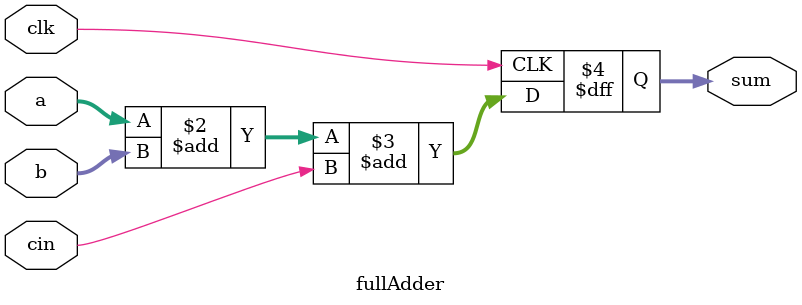
<source format=v>
`timescale 1ns / 1ps


module fullAdder(sum,a,b,cin,clk);
    
    parameter n = 3;
    input [n-1:0]a,b;
    input cin,clk;
    output reg [n:0]sum;
    always@(posedge clk)
        begin
            sum = a+b+cin;
        end
endmodule

</source>
